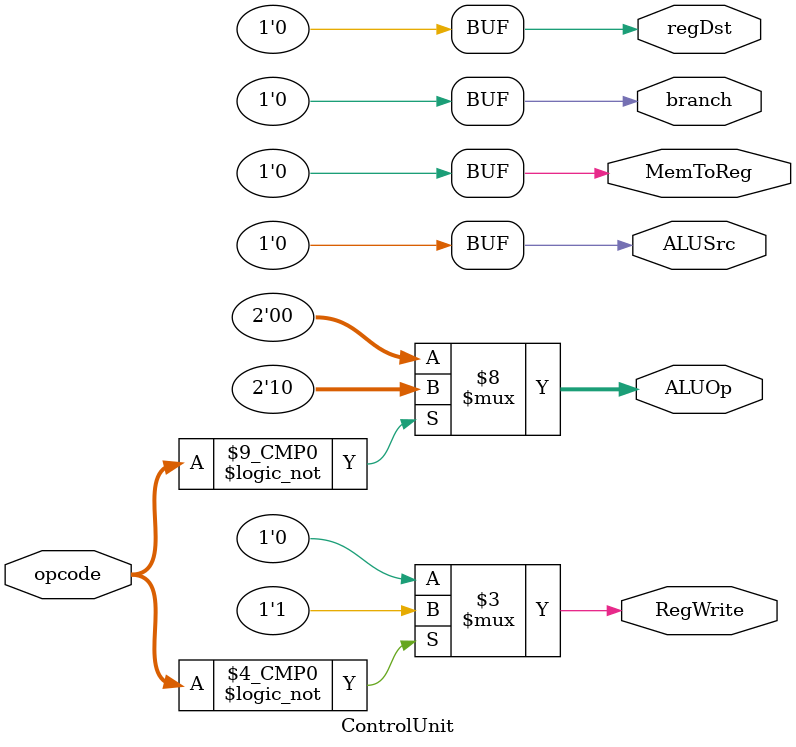
<source format=v>
module ControlUnit (
    input [5:0]opcode,
    output reg regDst,
    output reg branch,
    //output reg MemToRead, //no se usa en esta fase
    output reg MemToReg, // este ahora va al mux
    output reg [1:0]ALUOp,
    //output reg MemToWrite, //no se usa en esta fase
    output reg ALUSrc,
    output reg RegWrite
    
    
);

always @(*) begin //cada caso sera un tipo de instruccion diferente.
    case (opcode)
        6'b000000: begin //se usa el begin y end porque por cualquier razon no deja asignar señales de un bit sin esto.
            MemToReg = 1'b0;
            regDst = 1'b0;
            //MemToWrite = 1'b0;
           // MemToRead = 1'b0;
            branch = 1'b0;      /// que hacia branch?
            ALUOp = 2'b10; 
            ALUSrc = 1'b0; //?
            RegWrite = 1'b1;
        end
        default: begin
            MemToReg = 1'b0;
           // MemToWrite = 1'b0;
            //MemToRead = 1'b0;
            branch = 1'b0; /// que hacia branch?
            ALUOp = 2'b00; 
            ALUSrc = 1'b0; //?
            RegWrite = 1'b0;
            regDst = 1'b0;
        end
    endcase
end

endmodule

//Esta version se usa un ternario, pero como se usara a futuro el memtowrite, memtoreg y regwrite se usa mejor la version con case.
/*always @(*) begin 
    case (opcode)
        6'b000000:
            ALUOp = 2'b10; 
        default:
            ALUOp = 2'b00; 
    endcase
end*/

/*assign MemToReg = 0;
assign MemToWrite = 0;
assign RegWrite = (opcode == 6'b000000) ? 1 : 0;*/

</source>
